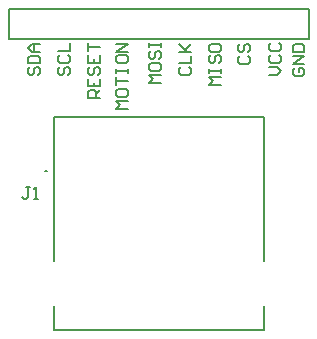
<source format=gto>
G04*
G04 #@! TF.GenerationSoftware,Altium Limited,Altium Designer,18.0.7 (293)*
G04*
G04 Layer_Color=65535*
%FSLAX25Y25*%
%MOIN*%
G70*
G01*
G75*
%ADD10C,0.00787*%
%ADD11C,0.00500*%
%ADD12C,0.00591*%
D10*
X14055Y48622D02*
X13268D01*
X14055D01*
X1240Y92638D02*
Y102638D01*
X101240D01*
Y92638D02*
Y102638D01*
X93740Y92638D02*
X101240D01*
X1240D02*
X93740D01*
D11*
X86181Y-4370D02*
Y3622D01*
X16181Y-4370D02*
X86181D01*
X16181D02*
Y3622D01*
X86181Y18622D02*
Y66614D01*
X16181D02*
X86181D01*
X16181Y18622D02*
Y66614D01*
D12*
X88092Y80709D02*
X90716D01*
X92028Y82021D01*
X90716Y83333D01*
X88092D01*
X88748Y87268D02*
X88092Y86612D01*
Y85300D01*
X88748Y84644D01*
X91372D01*
X92028Y85300D01*
Y86612D01*
X91372Y87268D01*
X88748Y91204D02*
X88092Y90548D01*
Y89236D01*
X88748Y88580D01*
X91372D01*
X92028Y89236D01*
Y90548D01*
X91372Y91204D01*
X78413Y87073D02*
X77757Y86417D01*
Y85105D01*
X78413Y84449D01*
X81037D01*
X81693Y85105D01*
Y86417D01*
X81037Y87073D01*
X78413Y91008D02*
X77757Y90352D01*
Y89040D01*
X78413Y88385D01*
X79069D01*
X79725Y89040D01*
Y90352D01*
X80381Y91008D01*
X81037D01*
X81693Y90352D01*
Y89040D01*
X81037Y88385D01*
X71949Y77362D02*
X68013D01*
X69325Y78674D01*
X68013Y79986D01*
X71949D01*
X68013Y81298D02*
Y82610D01*
Y81954D01*
X71949D01*
Y81298D01*
Y82610D01*
X68669Y87201D02*
X68013Y86546D01*
Y85234D01*
X68669Y84578D01*
X69325D01*
X69981Y85234D01*
Y86546D01*
X70637Y87201D01*
X71293D01*
X71949Y86546D01*
Y85234D01*
X71293Y84578D01*
X68013Y90481D02*
Y89169D01*
X68669Y88513D01*
X71293D01*
X71949Y89169D01*
Y90481D01*
X71293Y91137D01*
X68669D01*
X68013Y90481D01*
X58728Y83234D02*
X58072Y82578D01*
Y81266D01*
X58728Y80610D01*
X61352D01*
X62008Y81266D01*
Y82578D01*
X61352Y83234D01*
X58072Y84546D02*
X62008D01*
Y87170D01*
X58072Y88482D02*
X62008D01*
X60696D01*
X58072Y91106D01*
X60040Y89138D01*
X62008Y91106D01*
X52067Y78150D02*
X48131D01*
X49443Y79461D01*
X48131Y80773D01*
X52067D01*
X48131Y84053D02*
Y82741D01*
X48787Y82085D01*
X51411D01*
X52067Y82741D01*
Y84053D01*
X51411Y84709D01*
X48787D01*
X48131Y84053D01*
X48787Y88645D02*
X48131Y87989D01*
Y86677D01*
X48787Y86021D01*
X49443D01*
X50099Y86677D01*
Y87989D01*
X50755Y88645D01*
X51411D01*
X52067Y87989D01*
Y86677D01*
X51411Y86021D01*
X48131Y89957D02*
Y91269D01*
Y90613D01*
X52067D01*
Y89957D01*
Y91269D01*
X40846Y69488D02*
X36911D01*
X38223Y70800D01*
X36911Y72112D01*
X40846D01*
X36911Y75392D02*
Y74080D01*
X37567Y73424D01*
X40191D01*
X40846Y74080D01*
Y75392D01*
X40191Y76048D01*
X37567D01*
X36911Y75392D01*
Y77360D02*
Y79984D01*
Y78672D01*
X40846D01*
X36911Y81295D02*
Y82607D01*
Y81951D01*
X40846D01*
Y81295D01*
Y82607D01*
X36911Y86543D02*
Y85231D01*
X37567Y84575D01*
X40191D01*
X40846Y85231D01*
Y86543D01*
X40191Y87199D01*
X37567D01*
X36911Y86543D01*
X40846Y88511D02*
X36911D01*
X40846Y91135D01*
X36911D01*
X31594Y72933D02*
X27659D01*
Y74901D01*
X28315Y75557D01*
X29627D01*
X30283Y74901D01*
Y72933D01*
Y74245D02*
X31594Y75557D01*
X27659Y79493D02*
Y76869D01*
X31594D01*
Y79493D01*
X29627Y76869D02*
Y78181D01*
X28315Y83428D02*
X27659Y82772D01*
Y81460D01*
X28315Y80805D01*
X28971D01*
X29627Y81460D01*
Y82772D01*
X30283Y83428D01*
X30939D01*
X31594Y82772D01*
Y81460D01*
X30939Y80805D01*
X27659Y87364D02*
Y84740D01*
X31594D01*
Y87364D01*
X29627Y84740D02*
Y86052D01*
X27659Y88676D02*
Y91300D01*
Y89988D01*
X31594D01*
X18472Y83333D02*
X17816Y82677D01*
Y81365D01*
X18472Y80709D01*
X19128D01*
X19784Y81365D01*
Y82677D01*
X20440Y83333D01*
X21096D01*
X21752Y82677D01*
Y81365D01*
X21096Y80709D01*
X18472Y87268D02*
X17816Y86612D01*
Y85300D01*
X18472Y84644D01*
X21096D01*
X21752Y85300D01*
Y86612D01*
X21096Y87268D01*
X17816Y88580D02*
X21752D01*
Y91204D01*
X8334Y83234D02*
X7678Y82578D01*
Y81266D01*
X8334Y80610D01*
X8990D01*
X9646Y81266D01*
Y82578D01*
X10302Y83234D01*
X10958D01*
X11614Y82578D01*
Y81266D01*
X10958Y80610D01*
X7678Y84546D02*
X11614D01*
Y86514D01*
X10958Y87170D01*
X8334D01*
X7678Y86514D01*
Y84546D01*
X11614Y88482D02*
X8990D01*
X7678Y89794D01*
X8990Y91106D01*
X11614D01*
X9646D01*
Y88482D01*
X96523Y83136D02*
X95867Y82480D01*
Y81168D01*
X96523Y80512D01*
X99147D01*
X99803Y81168D01*
Y82480D01*
X99147Y83136D01*
X97835D01*
Y81824D01*
X99803Y84448D02*
X95867D01*
X99803Y87071D01*
X95867D01*
Y88383D02*
X99803D01*
Y90351D01*
X99147Y91007D01*
X96523D01*
X95867Y90351D01*
Y88383D01*
X8332Y43404D02*
X7021D01*
X7677D01*
Y40124D01*
X7021Y39469D01*
X6365D01*
X5709Y40124D01*
X9644Y39469D02*
X10956D01*
X10300D01*
Y43404D01*
X9644Y42748D01*
M02*

</source>
